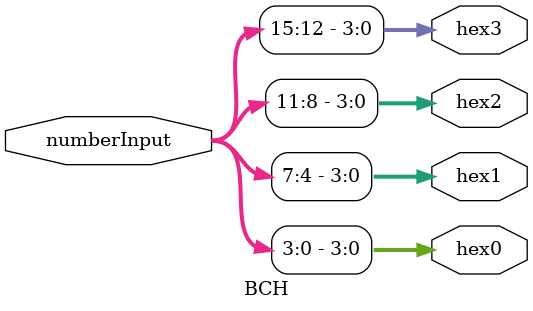
<source format=v>
module BCH (
    input [15:0] numberInput,  
    output reg [3:0] hex0,
    output reg [3:0] hex1,
    output reg [3:0] hex2,
    output reg [3:0] hex3
);

integer i;

always @(numberInput) begin
    hex0 = numberInput[3:0];
    hex1 = numberInput[7:4];
    hex2 = numberInput[11:8];
    hex3 = numberInput[15:12];
end

endmodule


</source>
